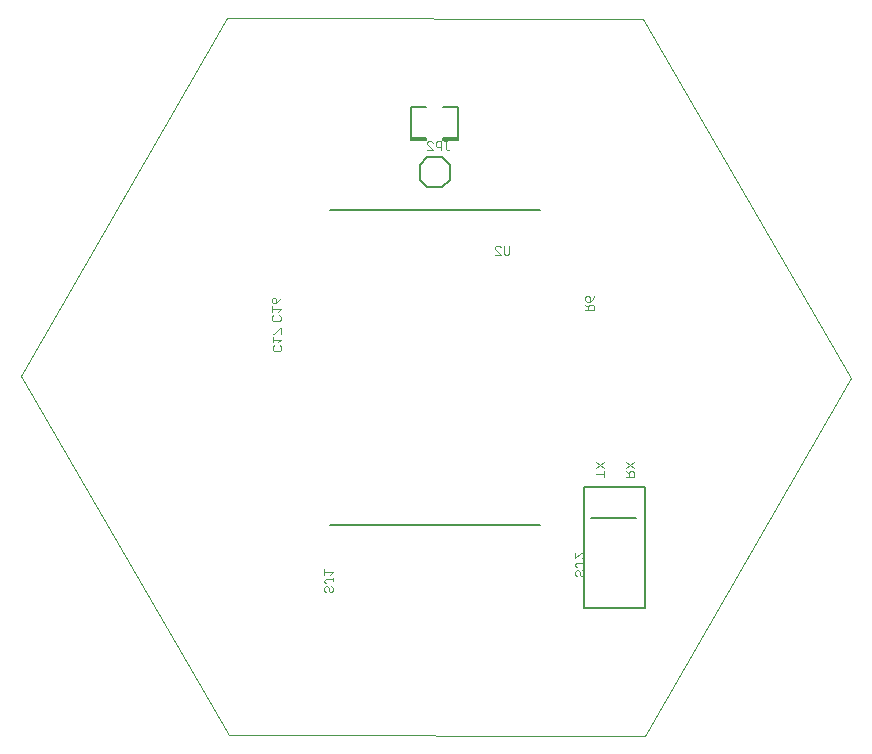
<source format=gbo>
G75*
%MOIN*%
%OFA0B0*%
%FSLAX25Y25*%
%IPPOS*%
%LPD*%
%AMOC8*
5,1,8,0,0,1.08239X$1,22.5*
%
%ADD10C,0.00000*%
%ADD11C,0.00600*%
%ADD12C,0.00300*%
%ADD13C,0.00500*%
D10*
X0156177Y0131750D02*
X0294617Y0131378D01*
X0363514Y0250712D01*
X0293972Y0370419D01*
X0155532Y0370791D01*
X0086634Y0251457D01*
X0156177Y0131750D01*
D11*
X0274237Y0174047D02*
X0294837Y0174047D01*
X0294837Y0214347D01*
X0274237Y0214347D01*
X0274237Y0174047D01*
X0276637Y0203997D02*
X0291837Y0203997D01*
X0227125Y0314362D02*
X0222125Y0314362D01*
X0219625Y0316862D01*
X0219625Y0321862D01*
X0222125Y0324362D01*
X0227125Y0324362D01*
X0229625Y0321862D01*
X0229625Y0316862D01*
X0227125Y0314362D01*
D12*
X0226829Y0326712D02*
X0226829Y0329614D01*
X0225378Y0329614D01*
X0224894Y0329130D01*
X0224894Y0328163D01*
X0225378Y0327679D01*
X0226829Y0327679D01*
X0228324Y0327195D02*
X0228324Y0329614D01*
X0228808Y0329614D02*
X0227840Y0329614D01*
X0228324Y0327195D02*
X0228808Y0326712D01*
X0229292Y0326712D01*
X0229775Y0327195D01*
X0223882Y0326712D02*
X0221947Y0328647D01*
X0221947Y0329130D01*
X0222431Y0329614D01*
X0223399Y0329614D01*
X0223882Y0329130D01*
X0223882Y0326712D02*
X0221947Y0326712D01*
X0245140Y0294771D02*
X0246107Y0294771D01*
X0246591Y0294287D01*
X0247602Y0294771D02*
X0247602Y0292352D01*
X0248086Y0291869D01*
X0249054Y0291869D01*
X0249537Y0292352D01*
X0249537Y0294771D01*
X0246591Y0291869D02*
X0244656Y0293804D01*
X0244656Y0294287D01*
X0245140Y0294771D01*
X0244656Y0291869D02*
X0246591Y0291869D01*
X0274825Y0277668D02*
X0274825Y0276700D01*
X0275309Y0276217D01*
X0276277Y0276217D01*
X0276277Y0277668D01*
X0275793Y0278152D01*
X0275309Y0278152D01*
X0274825Y0277668D01*
X0276277Y0276217D02*
X0277244Y0277184D01*
X0277728Y0278152D01*
X0277244Y0275205D02*
X0276277Y0275205D01*
X0275793Y0274721D01*
X0275793Y0273270D01*
X0275793Y0274238D02*
X0274825Y0275205D01*
X0274825Y0273270D02*
X0277728Y0273270D01*
X0277728Y0274721D01*
X0277244Y0275205D01*
X0278287Y0222578D02*
X0281190Y0220643D01*
X0281190Y0219632D02*
X0281190Y0217697D01*
X0281190Y0218664D02*
X0278287Y0218664D01*
X0278287Y0220643D02*
X0281190Y0222578D01*
X0288287Y0222578D02*
X0291190Y0220643D01*
X0290706Y0219632D02*
X0289738Y0219632D01*
X0289255Y0219148D01*
X0289255Y0217697D01*
X0289255Y0218664D02*
X0288287Y0219632D01*
X0288287Y0220643D02*
X0291190Y0222578D01*
X0290706Y0219632D02*
X0291190Y0219148D01*
X0291190Y0217697D01*
X0288287Y0217697D01*
X0273860Y0192537D02*
X0274344Y0192053D01*
X0274344Y0191085D01*
X0273860Y0190602D01*
X0274344Y0189590D02*
X0274344Y0188623D01*
X0274344Y0189106D02*
X0271925Y0189106D01*
X0271441Y0188623D01*
X0271441Y0188139D01*
X0271925Y0187655D01*
X0271925Y0186643D02*
X0271441Y0186160D01*
X0271441Y0185192D01*
X0271925Y0184709D01*
X0272892Y0185192D02*
X0272892Y0186160D01*
X0272409Y0186643D01*
X0271925Y0186643D01*
X0272892Y0185192D02*
X0273376Y0184709D01*
X0273860Y0184709D01*
X0274344Y0185192D01*
X0274344Y0186160D01*
X0273860Y0186643D01*
X0271441Y0190602D02*
X0273376Y0192537D01*
X0273860Y0192537D01*
X0271441Y0192537D02*
X0271441Y0190602D01*
X0190677Y0186152D02*
X0187774Y0186152D01*
X0187774Y0185185D02*
X0187774Y0187120D01*
X0189709Y0185185D02*
X0190677Y0186152D01*
X0190677Y0184173D02*
X0190677Y0183206D01*
X0190677Y0183690D02*
X0188258Y0183690D01*
X0187774Y0183206D01*
X0187774Y0182722D01*
X0188258Y0182238D01*
X0188258Y0181227D02*
X0187774Y0180743D01*
X0187774Y0179776D01*
X0188258Y0179292D01*
X0189225Y0179776D02*
X0189225Y0180743D01*
X0188742Y0181227D01*
X0188258Y0181227D01*
X0189225Y0179776D02*
X0189709Y0179292D01*
X0190193Y0179292D01*
X0190677Y0179776D01*
X0190677Y0180743D01*
X0190193Y0181227D01*
X0172968Y0259631D02*
X0171033Y0259631D01*
X0170549Y0260114D01*
X0170549Y0261082D01*
X0171033Y0261566D01*
X0170549Y0262577D02*
X0170549Y0264512D01*
X0170549Y0263545D02*
X0173452Y0263545D01*
X0172484Y0262577D01*
X0172968Y0261566D02*
X0173452Y0261082D01*
X0173452Y0260114D01*
X0172968Y0259631D01*
X0173452Y0265524D02*
X0173452Y0267459D01*
X0172968Y0267459D01*
X0171033Y0265524D01*
X0170549Y0265524D01*
X0170808Y0269712D02*
X0170324Y0270196D01*
X0170324Y0271163D01*
X0170808Y0271647D01*
X0170324Y0272658D02*
X0170324Y0274593D01*
X0170324Y0273626D02*
X0173226Y0273626D01*
X0172259Y0272658D01*
X0172743Y0271647D02*
X0173226Y0271163D01*
X0173226Y0270196D01*
X0172743Y0269712D01*
X0170808Y0269712D01*
X0170808Y0275605D02*
X0170324Y0276089D01*
X0170324Y0277056D01*
X0170808Y0277540D01*
X0171291Y0277540D01*
X0171775Y0277056D01*
X0171775Y0275605D01*
X0170808Y0275605D01*
X0171775Y0275605D02*
X0172743Y0276572D01*
X0173226Y0277540D01*
D13*
X0189609Y0306719D02*
X0259687Y0306719D01*
X0232506Y0330008D02*
X0232506Y0330795D01*
X0227387Y0330795D01*
X0227387Y0330008D01*
X0232506Y0330008D01*
X0232506Y0330401D02*
X0227387Y0330401D01*
X0221876Y0330401D02*
X0216757Y0330401D01*
X0216757Y0330008D02*
X0216757Y0330795D01*
X0216757Y0341031D01*
X0221876Y0341031D01*
X0227387Y0341031D02*
X0232506Y0341031D01*
X0232506Y0330795D01*
X0221876Y0330795D02*
X0221876Y0330008D01*
X0216757Y0330008D01*
X0216757Y0330795D02*
X0221876Y0330795D01*
X0189609Y0201719D02*
X0259687Y0201719D01*
M02*

</source>
